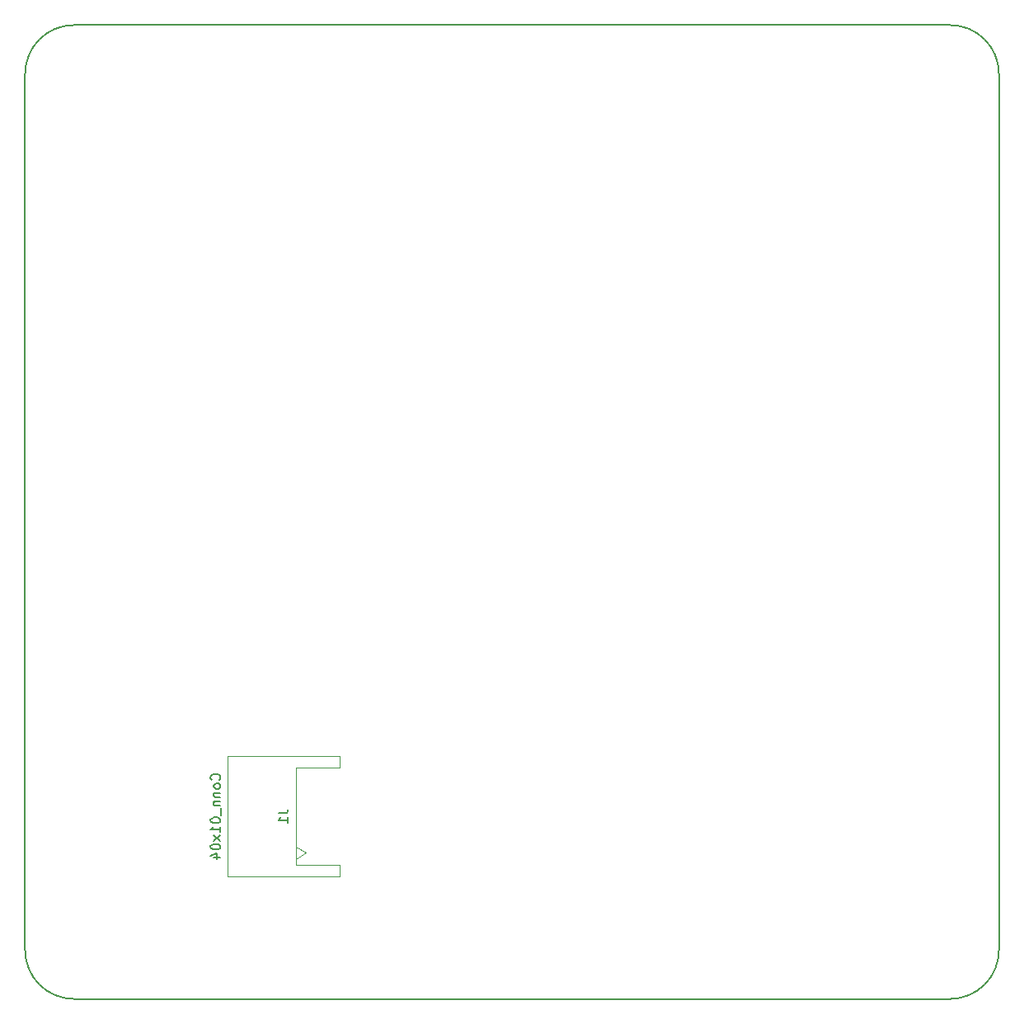
<source format=gbr>
%TF.GenerationSoftware,KiCad,Pcbnew,(5.1.6)-1*%
%TF.CreationDate,2020-12-06T00:26:17+01:00*%
%TF.ProjectId,04_La_Plaque_LEDS,30345f4c-615f-4506-9c61-7175655f4c45,rev?*%
%TF.SameCoordinates,Original*%
%TF.FileFunction,Other,Fab,Bot*%
%FSLAX46Y46*%
G04 Gerber Fmt 4.6, Leading zero omitted, Abs format (unit mm)*
G04 Created by KiCad (PCBNEW (5.1.6)-1) date 2020-12-06 00:26:17*
%MOMM*%
%LPD*%
G01*
G04 APERTURE LIST*
%TA.AperFunction,Profile*%
%ADD10C,0.150000*%
%TD*%
%ADD11C,0.100000*%
%ADD12C,0.150000*%
G04 APERTURE END LIST*
D10*
X195000000Y-55000000D02*
G75*
G02*
X200000000Y-60000000I0J-5000000D01*
G01*
X200000000Y-150000000D02*
G75*
G02*
X195000000Y-155000000I-5000000J0D01*
G01*
X105000000Y-155000000D02*
G75*
G02*
X100000000Y-150000000I0J5000000D01*
G01*
X100000000Y-60000000D02*
G75*
G02*
X105000000Y-55000000I5000000J0D01*
G01*
X100000000Y-150000000D02*
X100000000Y-60000000D01*
X195000000Y-155000000D02*
X105000000Y-155000000D01*
X200000000Y-60000000D02*
X200000000Y-150000000D01*
X105000000Y-55000000D02*
X195000000Y-55000000D01*
D11*
%TO.C,J1*%
X120800000Y-136250000D02*
X120800000Y-142450000D01*
X120800000Y-142450000D02*
X132300000Y-142450000D01*
X132300000Y-142450000D02*
X132300000Y-141250000D01*
X132300000Y-141250000D02*
X127800000Y-141250000D01*
X127800000Y-141250000D02*
X127800000Y-136250000D01*
X120800000Y-136250000D02*
X120800000Y-130050000D01*
X120800000Y-130050000D02*
X132300000Y-130050000D01*
X132300000Y-130050000D02*
X132300000Y-131250000D01*
X132300000Y-131250000D02*
X127800000Y-131250000D01*
X127800000Y-131250000D02*
X127800000Y-136250000D01*
X127800000Y-140625000D02*
X128800000Y-140000000D01*
X128800000Y-140000000D02*
X127800000Y-139375000D01*
%TD*%
%TO.C,J1*%
D12*
X119957142Y-132511904D02*
X120004761Y-132464285D01*
X120052380Y-132321428D01*
X120052380Y-132226190D01*
X120004761Y-132083333D01*
X119909523Y-131988095D01*
X119814285Y-131940476D01*
X119623809Y-131892857D01*
X119480952Y-131892857D01*
X119290476Y-131940476D01*
X119195238Y-131988095D01*
X119100000Y-132083333D01*
X119052380Y-132226190D01*
X119052380Y-132321428D01*
X119100000Y-132464285D01*
X119147619Y-132511904D01*
X120052380Y-133083333D02*
X120004761Y-132988095D01*
X119957142Y-132940476D01*
X119861904Y-132892857D01*
X119576190Y-132892857D01*
X119480952Y-132940476D01*
X119433333Y-132988095D01*
X119385714Y-133083333D01*
X119385714Y-133226190D01*
X119433333Y-133321428D01*
X119480952Y-133369047D01*
X119576190Y-133416666D01*
X119861904Y-133416666D01*
X119957142Y-133369047D01*
X120004761Y-133321428D01*
X120052380Y-133226190D01*
X120052380Y-133083333D01*
X119385714Y-133845238D02*
X120052380Y-133845238D01*
X119480952Y-133845238D02*
X119433333Y-133892857D01*
X119385714Y-133988095D01*
X119385714Y-134130952D01*
X119433333Y-134226190D01*
X119528571Y-134273809D01*
X120052380Y-134273809D01*
X119385714Y-134750000D02*
X120052380Y-134750000D01*
X119480952Y-134750000D02*
X119433333Y-134797619D01*
X119385714Y-134892857D01*
X119385714Y-135035714D01*
X119433333Y-135130952D01*
X119528571Y-135178571D01*
X120052380Y-135178571D01*
X120147619Y-135416666D02*
X120147619Y-136178571D01*
X119052380Y-136607142D02*
X119052380Y-136702380D01*
X119100000Y-136797619D01*
X119147619Y-136845238D01*
X119242857Y-136892857D01*
X119433333Y-136940476D01*
X119671428Y-136940476D01*
X119861904Y-136892857D01*
X119957142Y-136845238D01*
X120004761Y-136797619D01*
X120052380Y-136702380D01*
X120052380Y-136607142D01*
X120004761Y-136511904D01*
X119957142Y-136464285D01*
X119861904Y-136416666D01*
X119671428Y-136369047D01*
X119433333Y-136369047D01*
X119242857Y-136416666D01*
X119147619Y-136464285D01*
X119100000Y-136511904D01*
X119052380Y-136607142D01*
X120052380Y-137892857D02*
X120052380Y-137321428D01*
X120052380Y-137607142D02*
X119052380Y-137607142D01*
X119195238Y-137511904D01*
X119290476Y-137416666D01*
X119338095Y-137321428D01*
X120052380Y-138226190D02*
X119385714Y-138750000D01*
X119385714Y-138226190D02*
X120052380Y-138750000D01*
X119052380Y-139321428D02*
X119052380Y-139416666D01*
X119100000Y-139511904D01*
X119147619Y-139559523D01*
X119242857Y-139607142D01*
X119433333Y-139654761D01*
X119671428Y-139654761D01*
X119861904Y-139607142D01*
X119957142Y-139559523D01*
X120004761Y-139511904D01*
X120052380Y-139416666D01*
X120052380Y-139321428D01*
X120004761Y-139226190D01*
X119957142Y-139178571D01*
X119861904Y-139130952D01*
X119671428Y-139083333D01*
X119433333Y-139083333D01*
X119242857Y-139130952D01*
X119147619Y-139178571D01*
X119100000Y-139226190D01*
X119052380Y-139321428D01*
X119385714Y-140511904D02*
X120052380Y-140511904D01*
X119004761Y-140273809D02*
X119719047Y-140035714D01*
X119719047Y-140654761D01*
X126002380Y-135916666D02*
X126716666Y-135916666D01*
X126859523Y-135869047D01*
X126954761Y-135773809D01*
X127002380Y-135630952D01*
X127002380Y-135535714D01*
X127002380Y-136916666D02*
X127002380Y-136345238D01*
X127002380Y-136630952D02*
X126002380Y-136630952D01*
X126145238Y-136535714D01*
X126240476Y-136440476D01*
X126288095Y-136345238D01*
%TD*%
M02*

</source>
